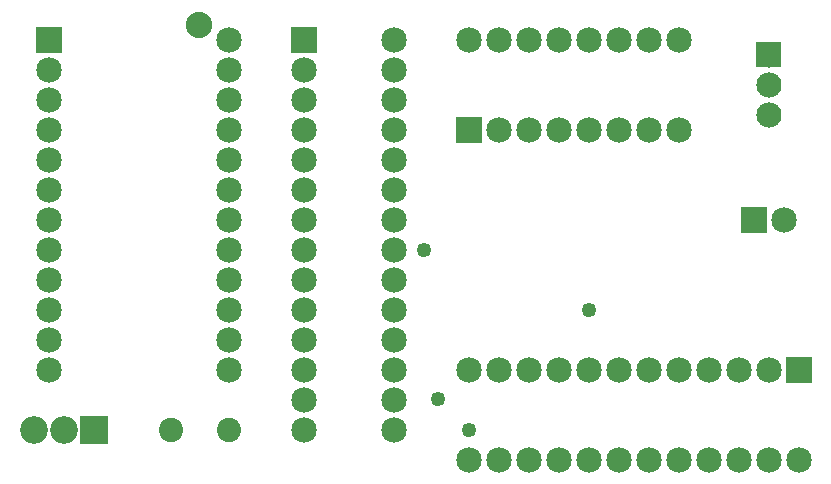
<source format=gbs>
G04 MADE WITH FRITZING*
G04 WWW.FRITZING.ORG*
G04 DOUBLE SIDED*
G04 HOLES PLATED*
G04 CONTOUR ON CENTER OF CONTOUR VECTOR*
%ASAXBY*%
%FSLAX23Y23*%
%MOIN*%
%OFA0B0*%
%SFA1.0B1.0*%
%ADD10C,0.084000*%
%ADD11C,0.085000*%
%ADD12C,0.049370*%
%ADD13C,0.092000*%
%ADD14C,0.080925*%
%ADD15C,0.080866*%
%ADD16C,0.088000*%
%ADD17R,0.085000X0.085000*%
%ADD18R,0.092000X0.092000*%
%ADD19R,0.001000X0.001000*%
%LNMASK0*%
G90*
G70*
G54D10*
X2633Y1418D03*
X2633Y1318D03*
X2633Y1218D03*
G54D11*
X2583Y868D03*
X2683Y868D03*
G54D12*
X1531Y269D03*
X1633Y167D03*
X2033Y568D03*
X1483Y768D03*
G54D11*
X2733Y368D03*
X2733Y68D03*
X2633Y368D03*
X2633Y68D03*
X2533Y368D03*
X2533Y68D03*
X2433Y368D03*
X2433Y68D03*
X2333Y368D03*
X2333Y68D03*
X2233Y368D03*
X2233Y68D03*
X2133Y368D03*
X2133Y68D03*
X2033Y368D03*
X2033Y68D03*
X1933Y368D03*
X1933Y68D03*
X1833Y368D03*
X1833Y68D03*
X1733Y368D03*
X1733Y68D03*
X1633Y368D03*
X1633Y68D03*
X1083Y1468D03*
X1383Y1468D03*
X1083Y1368D03*
X1383Y1368D03*
X1083Y1268D03*
X1383Y1268D03*
X1083Y1168D03*
X1383Y1168D03*
X1083Y1068D03*
X1383Y1068D03*
X1083Y968D03*
X1383Y968D03*
X1083Y868D03*
X1383Y868D03*
X1083Y768D03*
X1383Y768D03*
X1083Y668D03*
X1383Y668D03*
X1083Y568D03*
X1383Y568D03*
X1083Y468D03*
X1383Y468D03*
X1083Y368D03*
X1383Y368D03*
X1083Y268D03*
X1383Y268D03*
X1083Y168D03*
X1383Y168D03*
X233Y1468D03*
X833Y1468D03*
X233Y1368D03*
X833Y1368D03*
X233Y1268D03*
X833Y1268D03*
X233Y1168D03*
X833Y1168D03*
X233Y1068D03*
X833Y1068D03*
X233Y968D03*
X833Y968D03*
X233Y868D03*
X833Y868D03*
X233Y768D03*
X833Y768D03*
X233Y668D03*
X833Y668D03*
X233Y568D03*
X833Y568D03*
X233Y468D03*
X833Y468D03*
X233Y368D03*
X833Y368D03*
G54D13*
X383Y168D03*
X283Y168D03*
X183Y168D03*
G54D14*
X640Y168D03*
G54D15*
X833Y168D03*
G54D11*
X1633Y1168D03*
X1633Y1468D03*
X1733Y1168D03*
X1733Y1468D03*
X1833Y1168D03*
X1833Y1468D03*
X1933Y1168D03*
X1933Y1468D03*
X2033Y1168D03*
X2033Y1468D03*
X2133Y1168D03*
X2133Y1468D03*
X2233Y1168D03*
X2233Y1468D03*
X2333Y1168D03*
X2333Y1468D03*
G54D16*
X733Y1518D03*
G54D17*
X2583Y868D03*
X2733Y368D03*
X1083Y1468D03*
X233Y1468D03*
G54D18*
X383Y168D03*
G54D17*
X1633Y1168D03*
G54D19*
X2591Y1460D02*
X2674Y1460D01*
X2591Y1459D02*
X2674Y1459D01*
X2591Y1458D02*
X2674Y1458D01*
X2591Y1457D02*
X2674Y1457D01*
X2591Y1456D02*
X2674Y1456D01*
X2591Y1455D02*
X2674Y1455D01*
X2591Y1454D02*
X2674Y1454D01*
X2591Y1453D02*
X2674Y1453D01*
X2591Y1452D02*
X2674Y1452D01*
X2591Y1451D02*
X2674Y1451D01*
X2591Y1450D02*
X2674Y1450D01*
X2591Y1449D02*
X2674Y1449D01*
X2591Y1448D02*
X2674Y1448D01*
X2591Y1447D02*
X2674Y1447D01*
X2591Y1446D02*
X2674Y1446D01*
X2591Y1445D02*
X2674Y1445D01*
X2591Y1444D02*
X2674Y1444D01*
X2591Y1443D02*
X2674Y1443D01*
X2591Y1442D02*
X2674Y1442D01*
X2591Y1441D02*
X2674Y1441D01*
X2591Y1440D02*
X2674Y1440D01*
X2591Y1439D02*
X2674Y1439D01*
X2591Y1438D02*
X2674Y1438D01*
X2591Y1437D02*
X2674Y1437D01*
X2591Y1436D02*
X2674Y1436D01*
X2591Y1435D02*
X2674Y1435D01*
X2591Y1434D02*
X2674Y1434D01*
X2591Y1433D02*
X2628Y1433D01*
X2637Y1433D02*
X2674Y1433D01*
X2591Y1432D02*
X2625Y1432D01*
X2640Y1432D02*
X2674Y1432D01*
X2591Y1431D02*
X2623Y1431D01*
X2642Y1431D02*
X2674Y1431D01*
X2591Y1430D02*
X2622Y1430D01*
X2643Y1430D02*
X2674Y1430D01*
X2591Y1429D02*
X2621Y1429D01*
X2644Y1429D02*
X2674Y1429D01*
X2591Y1428D02*
X2620Y1428D01*
X2645Y1428D02*
X2674Y1428D01*
X2591Y1427D02*
X2619Y1427D01*
X2646Y1427D02*
X2674Y1427D01*
X2591Y1426D02*
X2619Y1426D01*
X2646Y1426D02*
X2674Y1426D01*
X2591Y1425D02*
X2618Y1425D01*
X2647Y1425D02*
X2674Y1425D01*
X2591Y1424D02*
X2618Y1424D01*
X2647Y1424D02*
X2674Y1424D01*
X2591Y1423D02*
X2618Y1423D01*
X2647Y1423D02*
X2674Y1423D01*
X2591Y1422D02*
X2617Y1422D01*
X2648Y1422D02*
X2674Y1422D01*
X2591Y1421D02*
X2617Y1421D01*
X2648Y1421D02*
X2674Y1421D01*
X2591Y1420D02*
X2617Y1420D01*
X2648Y1420D02*
X2674Y1420D01*
X2591Y1419D02*
X2617Y1419D01*
X2648Y1419D02*
X2674Y1419D01*
X2591Y1418D02*
X2617Y1418D01*
X2648Y1418D02*
X2674Y1418D01*
X2591Y1417D02*
X2617Y1417D01*
X2648Y1417D02*
X2674Y1417D01*
X2591Y1416D02*
X2617Y1416D01*
X2648Y1416D02*
X2674Y1416D01*
X2591Y1415D02*
X2617Y1415D01*
X2648Y1415D02*
X2674Y1415D01*
X2591Y1414D02*
X2617Y1414D01*
X2647Y1414D02*
X2674Y1414D01*
X2591Y1413D02*
X2618Y1413D01*
X2647Y1413D02*
X2674Y1413D01*
X2591Y1412D02*
X2618Y1412D01*
X2647Y1412D02*
X2674Y1412D01*
X2591Y1411D02*
X2619Y1411D01*
X2646Y1411D02*
X2674Y1411D01*
X2591Y1410D02*
X2619Y1410D01*
X2646Y1410D02*
X2674Y1410D01*
X2591Y1409D02*
X2620Y1409D01*
X2645Y1409D02*
X2674Y1409D01*
X2591Y1408D02*
X2621Y1408D01*
X2644Y1408D02*
X2674Y1408D01*
X2591Y1407D02*
X2622Y1407D01*
X2643Y1407D02*
X2674Y1407D01*
X2591Y1406D02*
X2623Y1406D01*
X2642Y1406D02*
X2674Y1406D01*
X2591Y1405D02*
X2625Y1405D01*
X2640Y1405D02*
X2674Y1405D01*
X2591Y1404D02*
X2627Y1404D01*
X2637Y1404D02*
X2674Y1404D01*
X2591Y1403D02*
X2674Y1403D01*
X2591Y1402D02*
X2674Y1402D01*
X2591Y1401D02*
X2674Y1401D01*
X2591Y1400D02*
X2674Y1400D01*
X2591Y1399D02*
X2674Y1399D01*
X2591Y1398D02*
X2674Y1398D01*
X2591Y1397D02*
X2674Y1397D01*
X2591Y1396D02*
X2674Y1396D01*
X2591Y1395D02*
X2674Y1395D01*
X2591Y1394D02*
X2674Y1394D01*
X2591Y1393D02*
X2674Y1393D01*
X2591Y1392D02*
X2674Y1392D01*
X2591Y1391D02*
X2674Y1391D01*
X2591Y1390D02*
X2674Y1390D01*
X2591Y1389D02*
X2674Y1389D01*
X2591Y1388D02*
X2674Y1388D01*
X2591Y1387D02*
X2674Y1387D01*
X2591Y1386D02*
X2674Y1386D01*
X2591Y1385D02*
X2674Y1385D01*
X2591Y1384D02*
X2674Y1384D01*
X2591Y1383D02*
X2674Y1383D01*
X2591Y1382D02*
X2674Y1382D01*
X2591Y1381D02*
X2674Y1381D01*
X2591Y1380D02*
X2674Y1380D01*
X2591Y1379D02*
X2674Y1379D01*
X2591Y1378D02*
X2674Y1378D01*
X2591Y1377D02*
X2674Y1377D01*
D02*
G04 End of Mask0*
M02*
</source>
